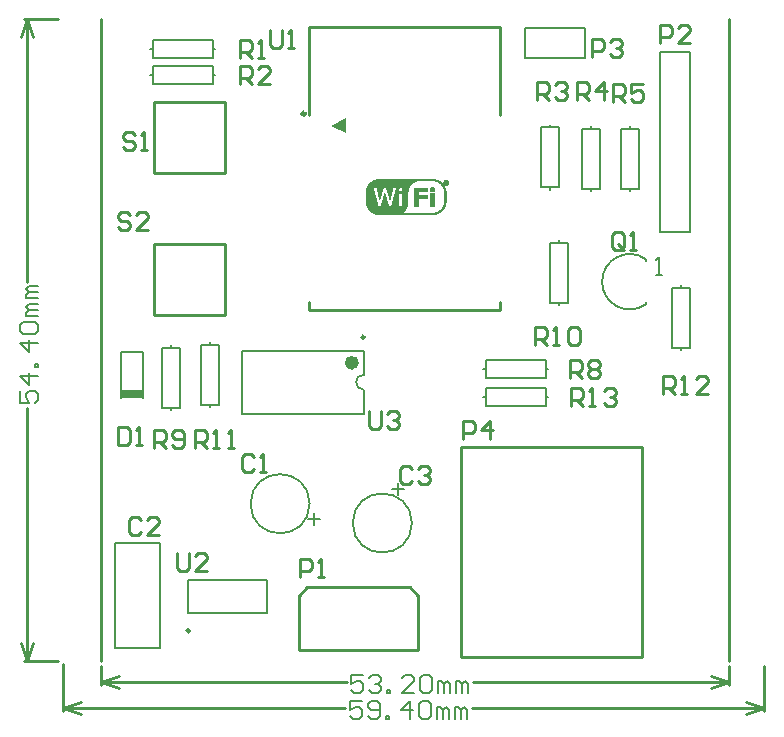
<source format=gto>
G04 Layer_Color=65535*
%FSLAX25Y25*%
%MOIN*%
G70*
G01*
G75*
%ADD28C,0.00787*%
%ADD29C,0.00984*%
%ADD30C,0.02362*%
%ADD31C,0.01181*%
%ADD32C,0.01000*%
%ADD33C,0.00050*%
%ADD34C,0.00600*%
%ADD35C,0.00591*%
%ADD36R,0.07480X0.03150*%
G36*
X94453Y176000D02*
X89453Y178500D01*
X94453Y181000D01*
Y176000D01*
D02*
G37*
D28*
X82264Y52500D02*
G03*
X82264Y52500I-9843J0D01*
G01*
X100276Y95500D02*
G03*
X100276Y90500I0J-2500D01*
G01*
X194315Y134059D02*
G03*
X194315Y118941I-5315J-7559D01*
G01*
X116342Y46079D02*
G03*
X116342Y46079I-9843J0D01*
G01*
X83642Y45382D02*
Y49252D01*
X81839Y47283D02*
X85709D01*
X162500Y139500D02*
X165500D01*
X162500Y119500D02*
Y139500D01*
Y119500D02*
X168500D01*
Y139500D01*
X165500D02*
X168500D01*
X165500Y118600D02*
Y119500D01*
Y139500D02*
Y140400D01*
X41811Y16071D02*
X68189D01*
X41811Y27094D02*
X68189D01*
X41811Y16071D02*
Y27094D01*
X68189Y16071D02*
Y27094D01*
X17500Y4500D02*
X32500D01*
X17500D02*
Y39500D01*
X32500D01*
Y4500D02*
Y39500D01*
X141000Y85000D02*
Y88000D01*
Y85000D02*
X161000D01*
Y91000D01*
X141000D02*
X161000D01*
X141000Y88000D02*
Y91000D01*
X161000Y88000D02*
X161900D01*
X140100D02*
X141000D01*
X161000Y97500D02*
Y100500D01*
X141000D02*
X161000D01*
X141000Y94500D02*
Y100500D01*
Y94500D02*
X161000D01*
Y97500D01*
X140100D02*
X141000D01*
X161000D02*
X161900D01*
X19260Y103177D02*
X26740D01*
Y87823D02*
Y103177D01*
X19260Y87823D02*
Y103177D01*
X59724Y103433D02*
X100276D01*
X59724Y82567D02*
X100276D01*
Y95500D02*
Y103433D01*
Y82567D02*
Y90500D01*
X59724Y82567D02*
Y103433D01*
X186000Y177500D02*
X189000D01*
X186000Y157500D02*
Y177500D01*
Y157500D02*
X192000D01*
Y177500D01*
X189000D02*
X192000D01*
X189000Y156600D02*
Y157500D01*
Y177500D02*
Y178400D01*
X206000Y104500D02*
X209000D01*
Y124500D01*
X203000D02*
X209000D01*
X203000Y104500D02*
Y124500D01*
Y104500D02*
X206000D01*
Y124500D02*
Y125400D01*
Y103600D02*
Y104500D01*
X50000Y195500D02*
Y198500D01*
X30000D02*
X50000D01*
X30000Y192500D02*
Y198500D01*
Y192500D02*
X50000D01*
Y195500D01*
X29100D02*
X30000D01*
X50000D02*
X50900D01*
X194315Y133390D02*
Y134059D01*
Y118941D02*
Y119610D01*
X33000Y104500D02*
X36000D01*
X33000Y84500D02*
Y104500D01*
Y84500D02*
X39000D01*
Y104500D01*
X36000D02*
X39000D01*
X36000Y83600D02*
Y84500D01*
Y104500D02*
Y105400D01*
X49000Y85500D02*
X52000D01*
Y105500D01*
X46000D02*
X52000D01*
X46000Y85500D02*
Y105500D01*
Y85500D02*
X49000D01*
Y105500D02*
Y106400D01*
Y84600D02*
Y85500D01*
X50000Y204000D02*
Y207000D01*
X30000D02*
X50000D01*
X30000Y201000D02*
Y207000D01*
Y201000D02*
X50000D01*
Y204000D01*
X29100D02*
X30000D01*
X50000D02*
X50900D01*
X154000Y201000D02*
Y211000D01*
X174000D01*
Y201000D02*
Y211000D01*
X154000Y201000D02*
X174000D01*
X199000Y143000D02*
X209000D01*
X199000Y203000D02*
X209000D01*
Y143000D02*
Y203000D01*
X199000Y143000D02*
Y203000D01*
X176000Y157500D02*
X179000D01*
Y177500D01*
X173000D02*
X179000D01*
X173000Y157500D02*
Y177500D01*
Y157500D02*
X176000D01*
Y177500D02*
Y178400D01*
Y156600D02*
Y157500D01*
X162500Y158000D02*
X165500D01*
Y178000D01*
X159500D02*
X165500D01*
X159500Y158000D02*
Y178000D01*
Y158000D02*
X162500D01*
Y178000D02*
Y178900D01*
Y157100D02*
Y158000D01*
X111716Y55496D02*
Y59366D01*
X109748Y57299D02*
X113618D01*
D29*
X42303Y10165D02*
G03*
X42303Y10165I-492J0D01*
G01*
X100610Y108000D02*
G03*
X100610Y108000I-492J0D01*
G01*
D30*
X97520Y99496D02*
G03*
X97520Y99496I-1181J0D01*
G01*
D31*
X80910Y182536D02*
G03*
X80910Y182536I-591J0D01*
G01*
D32*
X222047Y-8000D02*
Y-1500D01*
X12598Y-8000D02*
Y-1500D01*
X136817Y-7000D02*
X222047D01*
X12598D02*
X94629D01*
X216047Y-5000D02*
X222047Y-7000D01*
X216047Y-9000D02*
X222047Y-7000D01*
X12598D02*
X18598Y-9000D01*
X12598Y-7000D02*
X18598Y-5000D01*
X233858Y-16500D02*
Y-1500D01*
X0Y-16500D02*
Y-1000D01*
X136423Y-15500D02*
X233858D01*
X0D02*
X94235D01*
X227858Y-13500D02*
X233858Y-15500D01*
X227858Y-17500D02*
X233858Y-15500D01*
X0D02*
X6000Y-17500D01*
X0Y-15500D02*
X6000Y-13500D01*
X-13000Y214173D02*
X-1500D01*
X-13000Y0D02*
X-1500D01*
X-12000Y126580D02*
Y214173D01*
Y0D02*
Y84393D01*
X-14000Y208173D02*
X-12000Y214173D01*
X-10000Y208173D01*
X-12000Y0D02*
X-10000Y6000D01*
X-14000D02*
X-12000Y0D01*
X132882Y1417D02*
Y71260D01*
Y1417D02*
X193118D01*
X132882Y71260D02*
X193118D01*
Y1417D02*
Y71260D01*
X12598Y0D02*
Y214173D01*
X222047Y0D02*
Y214173D01*
X82156Y182108D02*
Y211457D01*
Y117207D02*
Y119774D01*
X145806Y182107D02*
Y211457D01*
Y117207D02*
Y119775D01*
X82156Y211457D02*
X145806D01*
X82156Y117207D02*
X145806D01*
X118354Y3791D02*
Y21902D01*
X115598Y24657D02*
X118354Y21902D01*
X78591Y3791D02*
X117961D01*
X78591Y21902D02*
X81346Y24657D01*
X78591Y3791D02*
Y21902D01*
X81346Y24657D02*
X115598D01*
X30288Y186256D02*
X53909D01*
X30288Y162634D02*
Y186256D01*
X53909Y162634D02*
Y186256D01*
X30288Y162634D02*
X53909D01*
X30288Y139039D02*
X53909D01*
X30288Y115417D02*
Y139039D01*
X53909Y115417D02*
Y139039D01*
X30288Y115417D02*
X53909D01*
X102000Y83498D02*
Y78500D01*
X103000Y77500D01*
X104999D01*
X105999Y78500D01*
Y83498D01*
X107998Y82498D02*
X108998Y83498D01*
X110997D01*
X111997Y82498D01*
Y81499D01*
X110997Y80499D01*
X109997D01*
X110997D01*
X111997Y79499D01*
Y78500D01*
X110997Y77500D01*
X108998D01*
X107998Y78500D01*
X38000Y36081D02*
Y31082D01*
X39000Y30083D01*
X40999D01*
X41999Y31082D01*
Y36081D01*
X47997Y30083D02*
X43998D01*
X47997Y34081D01*
Y35081D01*
X46997Y36081D01*
X44998D01*
X43998Y35081D01*
X69000Y210498D02*
Y205500D01*
X70000Y204500D01*
X71999D01*
X72999Y205500D01*
Y210498D01*
X74998Y204500D02*
X76997D01*
X75998D01*
Y210498D01*
X74998Y209498D01*
X22499Y148782D02*
X21499Y149782D01*
X19500D01*
X18500Y148782D01*
Y147782D01*
X19500Y146782D01*
X21499D01*
X22499Y145783D01*
Y144783D01*
X21499Y143783D01*
X19500D01*
X18500Y144783D01*
X28497Y143783D02*
X24498D01*
X28497Y147782D01*
Y148782D01*
X27497Y149782D01*
X25498D01*
X24498Y148782D01*
X23999Y175282D02*
X22999Y176281D01*
X21000D01*
X20000Y175282D01*
Y174282D01*
X21000Y173282D01*
X22999D01*
X23999Y172283D01*
Y171283D01*
X22999Y170283D01*
X21000D01*
X20000Y171283D01*
X25998Y170283D02*
X27997D01*
X26998D01*
Y176281D01*
X25998Y175282D01*
X169500Y85000D02*
Y90998D01*
X172499D01*
X173499Y89998D01*
Y87999D01*
X172499Y86999D01*
X169500D01*
X171499D02*
X173499Y85000D01*
X175498D02*
X177497D01*
X176498D01*
Y90998D01*
X175498Y89998D01*
X180496D02*
X181496Y90998D01*
X183495D01*
X184495Y89998D01*
Y88999D01*
X183495Y87999D01*
X182496D01*
X183495D01*
X184495Y86999D01*
Y86000D01*
X183495Y85000D01*
X181496D01*
X180496Y86000D01*
X200000Y89000D02*
Y94998D01*
X202999D01*
X203999Y93998D01*
Y91999D01*
X202999Y90999D01*
X200000D01*
X201999D02*
X203999Y89000D01*
X205998D02*
X207997D01*
X206998D01*
Y94998D01*
X205998Y93998D01*
X214995Y89000D02*
X210996D01*
X214995Y92999D01*
Y93998D01*
X213996Y94998D01*
X211996D01*
X210996Y93998D01*
X44000Y71000D02*
Y76998D01*
X46999D01*
X47999Y75998D01*
Y73999D01*
X46999Y72999D01*
X44000D01*
X45999D02*
X47999Y71000D01*
X49998D02*
X51997D01*
X50998D01*
Y76998D01*
X49998Y75998D01*
X54996Y71000D02*
X56996D01*
X55996D01*
Y76998D01*
X54996Y75998D01*
X157500Y105500D02*
Y111498D01*
X160499D01*
X161499Y110498D01*
Y108499D01*
X160499Y107499D01*
X157500D01*
X159499D02*
X161499Y105500D01*
X163498D02*
X165497D01*
X164498D01*
Y111498D01*
X163498Y110498D01*
X168496D02*
X169496Y111498D01*
X171495D01*
X172495Y110498D01*
Y106500D01*
X171495Y105500D01*
X169496D01*
X168496Y106500D01*
Y110498D01*
X30500Y71000D02*
Y76998D01*
X33499D01*
X34499Y75998D01*
Y73999D01*
X33499Y72999D01*
X30500D01*
X32499D02*
X34499Y71000D01*
X36498Y72000D02*
X37498Y71000D01*
X39497D01*
X40497Y72000D01*
Y75998D01*
X39497Y76998D01*
X37498D01*
X36498Y75998D01*
Y74999D01*
X37498Y73999D01*
X40497D01*
X169000Y94500D02*
Y100498D01*
X171999D01*
X172999Y99498D01*
Y97499D01*
X171999Y96499D01*
X169000D01*
X170999D02*
X172999Y94500D01*
X174998Y99498D02*
X175998Y100498D01*
X177997D01*
X178997Y99498D01*
Y98499D01*
X177997Y97499D01*
X178997Y96499D01*
Y95500D01*
X177997Y94500D01*
X175998D01*
X174998Y95500D01*
Y96499D01*
X175998Y97499D01*
X174998Y98499D01*
Y99498D01*
X175998Y97499D02*
X177997D01*
X183500Y186500D02*
Y192498D01*
X186499D01*
X187499Y191498D01*
Y189499D01*
X186499Y188499D01*
X183500D01*
X185499D02*
X187499Y186500D01*
X193497Y192498D02*
X189498D01*
Y189499D01*
X191497Y190499D01*
X192497D01*
X193497Y189499D01*
Y187500D01*
X192497Y186500D01*
X190498D01*
X189498Y187500D01*
X171500Y187000D02*
Y192998D01*
X174499D01*
X175499Y191998D01*
Y189999D01*
X174499Y188999D01*
X171500D01*
X173499D02*
X175499Y187000D01*
X180497D02*
Y192998D01*
X177498Y189999D01*
X181497D01*
X158000Y187000D02*
Y192998D01*
X160999D01*
X161999Y191998D01*
Y189999D01*
X160999Y188999D01*
X158000D01*
X159999D02*
X161999Y187000D01*
X163998Y191998D02*
X164998Y192998D01*
X166997D01*
X167997Y191998D01*
Y190999D01*
X166997Y189999D01*
X165997D01*
X166997D01*
X167997Y188999D01*
Y188000D01*
X166997Y187000D01*
X164998D01*
X163998Y188000D01*
X59000Y192500D02*
Y198498D01*
X61999D01*
X62999Y197498D01*
Y195499D01*
X61999Y194499D01*
X59000D01*
X60999D02*
X62999Y192500D01*
X68997D02*
X64998D01*
X68997Y196499D01*
Y197498D01*
X67997Y198498D01*
X65998D01*
X64998Y197498D01*
X59000Y201000D02*
Y206998D01*
X61999D01*
X62999Y205998D01*
Y203999D01*
X61999Y202999D01*
X59000D01*
X60999D02*
X62999Y201000D01*
X64998D02*
X66997D01*
X65998D01*
Y206998D01*
X64998Y205998D01*
X186999Y138000D02*
Y141998D01*
X185999Y142998D01*
X184000D01*
X183000Y141998D01*
Y138000D01*
X184000Y137000D01*
X185999D01*
X184999Y138999D02*
X186999Y137000D01*
X185999D02*
X186999Y138000D01*
X188998Y137000D02*
X190997D01*
X189998D01*
Y142998D01*
X188998Y141998D01*
X133500Y74000D02*
Y79998D01*
X136499D01*
X137499Y78998D01*
Y76999D01*
X136499Y75999D01*
X133500D01*
X142497Y74000D02*
Y79998D01*
X139498Y76999D01*
X143497D01*
X176500Y201500D02*
Y207498D01*
X179499D01*
X180499Y206498D01*
Y204499D01*
X179499Y203499D01*
X176500D01*
X182498Y206498D02*
X183498Y207498D01*
X185497D01*
X186497Y206498D01*
Y205499D01*
X185497Y204499D01*
X184497D01*
X185497D01*
X186497Y203499D01*
Y202500D01*
X185497Y201500D01*
X183498D01*
X182498Y202500D01*
X199000Y206000D02*
Y211998D01*
X201999D01*
X202999Y210998D01*
Y208999D01*
X201999Y207999D01*
X199000D01*
X208997Y206000D02*
X204998D01*
X208997Y209999D01*
Y210998D01*
X207997Y211998D01*
X205998D01*
X204998Y210998D01*
X79058Y28128D02*
Y34126D01*
X82056D01*
X83056Y33127D01*
Y31127D01*
X82056Y30128D01*
X79058D01*
X85056Y28128D02*
X87055D01*
X86055D01*
Y34126D01*
X85056Y33127D01*
X18500Y77998D02*
Y72000D01*
X21499D01*
X22499Y73000D01*
Y76998D01*
X21499Y77998D01*
X18500D01*
X24498Y72000D02*
X26497D01*
X25498D01*
Y77998D01*
X24498Y76998D01*
X116499Y63998D02*
X115499Y64998D01*
X113500D01*
X112500Y63998D01*
Y60000D01*
X113500Y59000D01*
X115499D01*
X116499Y60000D01*
X118498Y63998D02*
X119498Y64998D01*
X121497D01*
X122497Y63998D01*
Y62999D01*
X121497Y61999D01*
X120497D01*
X121497D01*
X122497Y60999D01*
Y60000D01*
X121497Y59000D01*
X119498D01*
X118498Y60000D01*
X25999Y46998D02*
X24999Y47998D01*
X23000D01*
X22000Y46998D01*
Y43000D01*
X23000Y42000D01*
X24999D01*
X25999Y43000D01*
X31997Y42000D02*
X27998D01*
X31997Y45999D01*
Y46998D01*
X30997Y47998D01*
X28998D01*
X27998Y46998D01*
X63841Y67998D02*
X62842Y68998D01*
X60842D01*
X59843Y67998D01*
Y64000D01*
X60842Y63000D01*
X62842D01*
X63841Y64000D01*
X65841Y63000D02*
X67840D01*
X66840D01*
Y68998D01*
X65841Y67998D01*
D33*
X104884Y160700D02*
X123684D01*
X104584Y160650D02*
X123984D01*
X104384Y160600D02*
X124184D01*
X104184Y160550D02*
X124384D01*
X104034Y160500D02*
X124534D01*
X103884Y160450D02*
X124684D01*
X103784Y160400D02*
X124784D01*
X103634Y160350D02*
X124934D01*
X127434D02*
X127934D01*
X103534Y160300D02*
X125034D01*
X127284D02*
X128034D01*
X103434Y160250D02*
X118134D01*
X123784D02*
X125134D01*
X127234D02*
X128134D01*
X103334Y160200D02*
X117834D01*
X124034D02*
X125234D01*
X127184D02*
X127534D01*
X127834D02*
X128184D01*
X103234Y160150D02*
X117684D01*
X124234D02*
X125334D01*
X127084D02*
X127384D01*
X127984D02*
X128234D01*
X103184Y160100D02*
X117484D01*
X124434D02*
X125384D01*
X127084D02*
X127334D01*
X128034D02*
X128284D01*
X103084Y160050D02*
X117384D01*
X124584D02*
X125484D01*
X127034D02*
X127234D01*
X128084D02*
X128334D01*
X102984Y160000D02*
X117234D01*
X124684D02*
X125534D01*
X126984D02*
X127184D01*
X127334D02*
X127784D01*
X128134D02*
X128334D01*
X102934Y159950D02*
X117134D01*
X124834D02*
X125634D01*
X126984D02*
X127184D01*
X127334D02*
X127934D01*
X128184D02*
X128384D01*
X102884Y159900D02*
X117034D01*
X124934D02*
X125684D01*
X126934D02*
X127134D01*
X127334D02*
X127984D01*
X128234D02*
X128384D01*
X102784Y159850D02*
X116934D01*
X125034D02*
X125784D01*
X126934D02*
X127134D01*
X127334D02*
X127484D01*
X127734D02*
X127984D01*
X128234D02*
X128434D01*
X102734Y159800D02*
X116834D01*
X125134D02*
X125834D01*
X126934D02*
X127084D01*
X127334D02*
X127484D01*
X127784D02*
X127984D01*
X128284D02*
X128434D01*
X102684Y159750D02*
X116734D01*
X125184D02*
X125884D01*
X126884D02*
X127084D01*
X127334D02*
X127484D01*
X127784D02*
X127984D01*
X128284D02*
X128434D01*
X102584Y159700D02*
X116684D01*
X125284D02*
X125984D01*
X126884D02*
X127084D01*
X127334D02*
X127484D01*
X127784D02*
X127984D01*
X128284D02*
X128434D01*
X102534Y159650D02*
X116584D01*
X125334D02*
X126034D01*
X126884D02*
X127084D01*
X127334D02*
X127984D01*
X128284D02*
X128484D01*
X102484Y159600D02*
X116534D01*
X125434D02*
X126084D01*
X126884D02*
X127084D01*
X127334D02*
X127934D01*
X128284D02*
X128484D01*
X102434Y159550D02*
X116434D01*
X125484D02*
X126134D01*
X126884D02*
X127034D01*
X127334D02*
X127834D01*
X128284D02*
X128484D01*
X102384Y159500D02*
X116384D01*
X125584D02*
X126184D01*
X126884D02*
X127084D01*
X127334D02*
X127484D01*
X127584D02*
X127834D01*
X128284D02*
X128484D01*
X102334Y159450D02*
X116334D01*
X125634D02*
X126234D01*
X126884D02*
X127084D01*
X127334D02*
X127484D01*
X127684D02*
X127884D01*
X128284D02*
X128434D01*
X102284Y159400D02*
X116284D01*
X125684D02*
X126284D01*
X126884D02*
X127084D01*
X127334D02*
X127484D01*
X127684D02*
X127934D01*
X128284D02*
X128434D01*
X102234Y159350D02*
X116184D01*
X125784D02*
X126334D01*
X126934D02*
X127084D01*
X127334D02*
X127484D01*
X127734D02*
X127934D01*
X128234D02*
X128434D01*
X102184Y159300D02*
X116134D01*
X125834D02*
X126384D01*
X126934D02*
X127134D01*
X127334D02*
X127484D01*
X127784D02*
X127984D01*
X128234D02*
X128434D01*
X102134Y159250D02*
X116084D01*
X125884D02*
X126434D01*
X126984D02*
X127134D01*
X127334D02*
X127484D01*
X127784D02*
X128034D01*
X128184D02*
X128384D01*
X102084Y159200D02*
X116034D01*
X125934D02*
X126484D01*
X126984D02*
X127184D01*
X127334D02*
X127484D01*
X127834D02*
X128034D01*
X128184D02*
X128384D01*
X102034Y159150D02*
X115984D01*
X125984D02*
X126534D01*
X127034D02*
X127234D01*
X128134D02*
X128334D01*
X101984Y159100D02*
X115934D01*
X126034D02*
X126534D01*
X127034D02*
X127284D01*
X128034D02*
X128284D01*
X101984Y159050D02*
X115884D01*
X126084D02*
X126584D01*
X127084D02*
X127384D01*
X127984D02*
X128234D01*
X101934Y159000D02*
X115884D01*
X126134D02*
X126634D01*
X127134D02*
X127484D01*
X127884D02*
X128184D01*
X101884Y158950D02*
X115834D01*
X126184D02*
X126684D01*
X127234D02*
X128134D01*
X101834Y158900D02*
X115784D01*
X126184D02*
X126734D01*
X127284D02*
X128084D01*
X101834Y158850D02*
X115734D01*
X126234D02*
X126734D01*
X127434D02*
X127934D01*
X101784Y158800D02*
X115684D01*
X126284D02*
X126784D01*
X101734Y158750D02*
X115634D01*
X126334D02*
X126834D01*
X101684Y158700D02*
X115634D01*
X126384D02*
X126834D01*
X101684Y158650D02*
X115584D01*
X126384D02*
X126884D01*
X101634Y158600D02*
X115534D01*
X126434D02*
X126934D01*
X101634Y158550D02*
X115534D01*
X126484D02*
X126934D01*
X101584Y158500D02*
X115484D01*
X126484D02*
X126984D01*
X101534Y158450D02*
X115434D01*
X126534D02*
X126984D01*
X101534Y158400D02*
X115434D01*
X126584D02*
X127034D01*
X101484Y158350D02*
X115384D01*
X126584D02*
X127084D01*
X101484Y158300D02*
X115384D01*
X126634D02*
X127084D01*
X101434Y158250D02*
X115334D01*
X126634D02*
X127134D01*
X101434Y158200D02*
X115334D01*
X126684D02*
X127134D01*
X101384Y158150D02*
X115284D01*
X126734D02*
X127184D01*
X101384Y158100D02*
X112334D01*
X112584D02*
X115284D01*
X122934D02*
X123134D01*
X126734D02*
X127184D01*
X101334Y158050D02*
X112134D01*
X112734D02*
X115234D01*
X122734D02*
X123334D01*
X126784D02*
X127184D01*
X101334Y158000D02*
X112034D01*
X112834D02*
X115234D01*
X122634D02*
X123434D01*
X126784D02*
X127234D01*
X101334Y157950D02*
X103334D01*
X103384D02*
X103434D01*
X104334D02*
X104434D01*
X104484D02*
X106634D01*
X107534D02*
X107584D01*
X107634D02*
X107734D01*
X107784D02*
X109884D01*
X110984D02*
X111034D01*
X111084D02*
X111984D01*
X112934D02*
X115184D01*
X122584D02*
X123534D01*
X126784D02*
X127234D01*
X101284Y157900D02*
X103284D01*
X104634D02*
X106634D01*
X107784D02*
X109834D01*
X111084D02*
X111934D01*
X112984D02*
X115184D01*
X116934D02*
X121484D01*
X122534D02*
X123584D01*
X126834D02*
X127284D01*
X101284Y157850D02*
X103284D01*
X104634D02*
X106634D01*
X107834D02*
X109834D01*
X111084D02*
X111884D01*
X113034D02*
X115184D01*
X116934D02*
X121534D01*
X122484D02*
X123634D01*
X126834D02*
X127284D01*
X101234Y157800D02*
X103334D01*
X104634D02*
X106584D01*
X107834D02*
X109834D01*
X111034D02*
X111834D01*
X113084D02*
X115134D01*
X116934D02*
X121484D01*
X122434D02*
X123634D01*
X126884D02*
X127284D01*
X101234Y157750D02*
X103334D01*
X104634D02*
X106584D01*
X107834D02*
X109784D01*
X111034D02*
X111784D01*
X113084D02*
X115134D01*
X116934D02*
X121484D01*
X122384D02*
X123684D01*
X126884D02*
X127334D01*
X101234Y157700D02*
X103334D01*
X104684D02*
X106584D01*
X107834D02*
X109784D01*
X111034D02*
X111784D01*
X113134D02*
X115084D01*
X116934D02*
X121484D01*
X122384D02*
X123734D01*
X126884D02*
X127334D01*
X101184Y157650D02*
X103334D01*
X104684D02*
X106534D01*
X107884D02*
X109784D01*
X111034D02*
X111734D01*
X113134D02*
X115084D01*
X116934D02*
X121484D01*
X122334D02*
X123734D01*
X126934D02*
X127384D01*
X101184Y157600D02*
X103384D01*
X104684D02*
X106534D01*
X107884D02*
X109784D01*
X110984D02*
X111734D01*
X113184D02*
X115084D01*
X116934D02*
X121484D01*
X122334D02*
X123784D01*
X126934D02*
X127384D01*
X101184Y157550D02*
X103384D01*
X104684D02*
X106534D01*
X107884D02*
X109784D01*
X110984D02*
X111734D01*
X113184D02*
X115034D01*
X116934D02*
X121484D01*
X122334D02*
X123784D01*
X126984D02*
X127384D01*
X101134Y157500D02*
X103384D01*
X104734D02*
X106484D01*
X107934D02*
X109734D01*
X110984D02*
X111684D01*
X113184D02*
X115034D01*
X116934D02*
X121484D01*
X122284D02*
X123784D01*
X126984D02*
X127384D01*
X101134Y157450D02*
X103384D01*
X104734D02*
X106484D01*
X107934D02*
X109734D01*
X110984D02*
X111684D01*
X113184D02*
X115034D01*
X116934D02*
X121484D01*
X122284D02*
X123784D01*
X126984D02*
X127434D01*
X101134Y157400D02*
X103434D01*
X104734D02*
X106484D01*
X107934D02*
X109734D01*
X110934D02*
X111684D01*
X113184D02*
X115034D01*
X116934D02*
X121484D01*
X122284D02*
X123784D01*
X126984D02*
X127434D01*
X101134Y157350D02*
X103434D01*
X104734D02*
X106484D01*
X107934D02*
X109734D01*
X110934D02*
X111684D01*
X113234D02*
X114984D01*
X116934D02*
X121484D01*
X122284D02*
X123784D01*
X127034D02*
X127434D01*
X101084Y157300D02*
X103434D01*
X104734D02*
X106434D01*
X107984D02*
X109684D01*
X110934D02*
X111684D01*
X113184D02*
X114984D01*
X116934D02*
X121484D01*
X122284D02*
X123784D01*
X127034D02*
X127484D01*
X101084Y157250D02*
X103434D01*
X104784D02*
X106434D01*
X107984D02*
X109684D01*
X110934D02*
X111684D01*
X113184D02*
X114984D01*
X116934D02*
X121484D01*
X122284D02*
X123784D01*
X127034D02*
X127484D01*
X101084Y157200D02*
X103484D01*
X104784D02*
X106434D01*
X107984D02*
X109684D01*
X110884D02*
X111734D01*
X113184D02*
X114984D01*
X116934D02*
X121484D01*
X122284D02*
X123784D01*
X127034D02*
X127484D01*
X101084Y157150D02*
X103484D01*
X104784D02*
X106384D01*
X108034D02*
X109684D01*
X110884D02*
X111734D01*
X113184D02*
X114934D01*
X116934D02*
X121484D01*
X122334D02*
X123784D01*
X127084D02*
X127484D01*
X101084Y157100D02*
X103484D01*
X104784D02*
X106384D01*
X108034D02*
X109634D01*
X110884D02*
X111734D01*
X113184D02*
X114934D01*
X116934D02*
X121484D01*
X122334D02*
X123734D01*
X127084D02*
X127484D01*
X101034Y157050D02*
X103534D01*
X104834D02*
X106384D01*
X108034D02*
X109634D01*
X110884D02*
X111734D01*
X113134D02*
X114934D01*
X116934D02*
X121484D01*
X122334D02*
X123734D01*
X127084D02*
X127534D01*
X101034Y157000D02*
X103534D01*
X104834D02*
X106384D01*
X108034D02*
X109634D01*
X110834D02*
X111784D01*
X113134D02*
X114934D01*
X116934D02*
X121484D01*
X122384D02*
X123734D01*
X127084D02*
X127534D01*
X101034Y156950D02*
X103534D01*
X104834D02*
X106334D01*
X108084D02*
X109634D01*
X110834D02*
X111784D01*
X113084D02*
X114934D01*
X116934D02*
X121484D01*
X122384D02*
X123684D01*
X127084D02*
X127534D01*
X101034Y156900D02*
X103534D01*
X104834D02*
X106334D01*
X108084D02*
X109584D01*
X110834D02*
X111834D01*
X113034D02*
X114934D01*
X116934D02*
X121484D01*
X122434D02*
X123634D01*
X127134D02*
X127534D01*
X101034Y156850D02*
X103584D01*
X104834D02*
X106334D01*
X108084D02*
X109584D01*
X110784D02*
X111884D01*
X113034D02*
X114934D01*
X116934D02*
X121484D01*
X122484D02*
X123634D01*
X127134D02*
X127534D01*
X101034Y156800D02*
X103584D01*
X104884D02*
X106284D01*
X108134D02*
X109584D01*
X110784D02*
X111934D01*
X112984D02*
X114884D01*
X116934D02*
X121534D01*
X122534D02*
X123584D01*
X127134D02*
X127534D01*
X101034Y156750D02*
X103584D01*
X104884D02*
X106284D01*
X108134D02*
X109584D01*
X110784D02*
X111984D01*
X112934D02*
X114884D01*
X116934D02*
X121484D01*
X122584D02*
X123484D01*
X127134D02*
X127534D01*
X100984Y156700D02*
X103584D01*
X104884D02*
X106284D01*
X108134D02*
X109584D01*
X110784D02*
X112084D01*
X112834D02*
X114884D01*
X116934D02*
X118284D01*
X122634D02*
X123434D01*
X127134D02*
X127584D01*
X100984Y156650D02*
X103634D01*
X104884D02*
X106234D01*
X108134D02*
X109534D01*
X110734D02*
X112184D01*
X112734D02*
X114884D01*
X116934D02*
X118284D01*
X122784D02*
X123334D01*
X127134D02*
X127584D01*
X100984Y156600D02*
X103634D01*
X104934D02*
X106234D01*
X108184D02*
X109534D01*
X110734D02*
X112384D01*
X112434D02*
X114884D01*
X116934D02*
X118284D01*
X122984D02*
X123034D01*
X127134D02*
X127584D01*
X100984Y156550D02*
X103634D01*
X104934D02*
X106234D01*
X108184D02*
X109534D01*
X110734D02*
X114884D01*
X116934D02*
X118284D01*
X127134D02*
X127584D01*
X100984Y156500D02*
X103634D01*
X104934D02*
X106234D01*
X108184D02*
X109534D01*
X110734D02*
X114884D01*
X116934D02*
X118284D01*
X127134D02*
X127584D01*
X100984Y156450D02*
X103684D01*
X104934D02*
X106184D01*
X108234D02*
X109534D01*
X110684D02*
X114884D01*
X116934D02*
X118284D01*
X127134D02*
X127584D01*
X100984Y156400D02*
X103684D01*
X104934D02*
X106184D01*
X108234D02*
X109484D01*
X110684D02*
X114884D01*
X116934D02*
X118284D01*
X127134D02*
X127584D01*
X100984Y156350D02*
X103684D01*
X104984D02*
X106184D01*
X108234D02*
X109484D01*
X110684D02*
X114884D01*
X116934D02*
X118284D01*
X127134D02*
X127584D01*
X100984Y156300D02*
X103734D01*
X104984D02*
X106134D01*
X108234D02*
X109484D01*
X110684D02*
X114884D01*
X116934D02*
X118284D01*
X127134D02*
X127584D01*
X100984Y156250D02*
X103734D01*
X104984D02*
X106134D01*
X108284D02*
X109484D01*
X110634D02*
X114884D01*
X116934D02*
X118284D01*
X127134D02*
X127584D01*
X100984Y156200D02*
X103734D01*
X104984D02*
X106134D01*
X108284D02*
X109434D01*
X110634D02*
X114884D01*
X116934D02*
X118284D01*
X127134D02*
X127584D01*
X100984Y156150D02*
X103734D01*
X105034D02*
X106134D01*
X108284D02*
X109434D01*
X110634D02*
X114884D01*
X116934D02*
X118284D01*
X127134D02*
X127584D01*
X100984Y156100D02*
X103784D01*
X105034D02*
X106084D01*
X108334D02*
X109434D01*
X110634D02*
X114884D01*
X116934D02*
X118284D01*
X127134D02*
X127584D01*
X100984Y156050D02*
X103784D01*
X105034D02*
X106084D01*
X108334D02*
X109434D01*
X110584D02*
X114884D01*
X116934D02*
X118284D01*
X127134D02*
X127584D01*
X100984Y156000D02*
X103784D01*
X105034D02*
X106084D01*
X107134D02*
X107184D01*
X108334D02*
X109384D01*
X110584D02*
X111784D01*
X113084D02*
X114884D01*
X116934D02*
X118284D01*
X122384D02*
X123684D01*
X127134D02*
X127584D01*
X100984Y155950D02*
X103784D01*
X105084D02*
X106034D01*
X107134D02*
X107234D01*
X108334D02*
X109384D01*
X110584D02*
X111784D01*
X113084D02*
X114884D01*
X116934D02*
X118284D01*
X122384D02*
X123684D01*
X127134D02*
X127584D01*
X100984Y155900D02*
X103834D01*
X105084D02*
X106034D01*
X107134D02*
X107234D01*
X108384D02*
X109384D01*
X110534D02*
X111784D01*
X113084D02*
X114884D01*
X116934D02*
X118284D01*
X122384D02*
X123684D01*
X127134D02*
X127584D01*
X100984Y155850D02*
X103834D01*
X105084D02*
X106034D01*
X107134D02*
X107234D01*
X108384D02*
X109384D01*
X110534D02*
X111784D01*
X113084D02*
X114884D01*
X116934D02*
X118284D01*
X122384D02*
X123684D01*
X127134D02*
X127584D01*
X100984Y155800D02*
X103834D01*
X105084D02*
X105984D01*
X107084D02*
X107234D01*
X108384D02*
X109334D01*
X110534D02*
X111784D01*
X113084D02*
X114884D01*
X116934D02*
X118284D01*
X122384D02*
X123684D01*
X127134D02*
X127584D01*
X100984Y155750D02*
X103834D01*
X105084D02*
X105984D01*
X107084D02*
X107284D01*
X108384D02*
X109334D01*
X110534D02*
X111834D01*
X113084D02*
X114884D01*
X116934D02*
X118284D01*
X122384D02*
X123684D01*
X127134D02*
X127584D01*
X100984Y155700D02*
X103884D01*
X105134D02*
X105984D01*
X107084D02*
X107284D01*
X108434D02*
X109334D01*
X110484D02*
X111784D01*
X113084D02*
X114884D01*
X116934D02*
X118284D01*
X122384D02*
X123684D01*
X127134D02*
X127584D01*
X100984Y155650D02*
X103884D01*
X105134D02*
X105984D01*
X107034D02*
X107284D01*
X108434D02*
X109334D01*
X110484D02*
X111784D01*
X113084D02*
X114884D01*
X116934D02*
X118284D01*
X122384D02*
X123684D01*
X127134D02*
X127584D01*
X100984Y155600D02*
X103884D01*
X105134D02*
X105934D01*
X107034D02*
X107334D01*
X108434D02*
X109334D01*
X110484D02*
X111784D01*
X113084D02*
X114884D01*
X116934D02*
X118284D01*
X122384D02*
X123684D01*
X127134D02*
X127584D01*
X100984Y155550D02*
X103934D01*
X105134D02*
X105934D01*
X107034D02*
X107334D01*
X108484D02*
X109284D01*
X110484D02*
X111784D01*
X113084D02*
X114884D01*
X116934D02*
X118284D01*
X122384D02*
X123684D01*
X127134D02*
X127584D01*
X100984Y155500D02*
X103934D01*
X105184D02*
X105934D01*
X107034D02*
X107334D01*
X108484D02*
X109284D01*
X110434D02*
X111784D01*
X113084D02*
X114884D01*
X116934D02*
X118284D01*
X122384D02*
X123684D01*
X127134D02*
X127584D01*
X100984Y155450D02*
X103934D01*
X105184D02*
X105884D01*
X106984D02*
X107334D01*
X108484D02*
X109284D01*
X110434D02*
X111784D01*
X113084D02*
X114884D01*
X116934D02*
X121284D01*
X122384D02*
X123684D01*
X127134D02*
X127584D01*
X100984Y155400D02*
X103934D01*
X105184D02*
X105884D01*
X106984D02*
X107384D01*
X108484D02*
X109284D01*
X110434D02*
X111784D01*
X113084D02*
X114884D01*
X116934D02*
X121284D01*
X122384D02*
X123684D01*
X127134D02*
X127584D01*
X100984Y155350D02*
X103984D01*
X105184D02*
X105884D01*
X106984D02*
X107384D01*
X108534D02*
X109234D01*
X110434D02*
X111784D01*
X113084D02*
X114884D01*
X116934D02*
X121284D01*
X122384D02*
X123684D01*
X127134D02*
X127584D01*
X100984Y155300D02*
X103984D01*
X105184D02*
X105834D01*
X106934D02*
X107384D01*
X108534D02*
X109234D01*
X110384D02*
X111784D01*
X113084D02*
X114884D01*
X116934D02*
X121284D01*
X122384D02*
X123684D01*
X127134D02*
X127584D01*
X100984Y155250D02*
X103984D01*
X105234D02*
X105834D01*
X106934D02*
X107434D01*
X108534D02*
X109234D01*
X110384D02*
X111784D01*
X113084D02*
X114884D01*
X116934D02*
X121284D01*
X122384D02*
X123684D01*
X127134D02*
X127584D01*
X100984Y155200D02*
X103984D01*
X105234D02*
X105834D01*
X106934D02*
X107434D01*
X108584D02*
X109234D01*
X110384D02*
X111784D01*
X113084D02*
X114884D01*
X116934D02*
X121284D01*
X122384D02*
X123684D01*
X127134D02*
X127584D01*
X100984Y155150D02*
X104034D01*
X105234D02*
X105834D01*
X106934D02*
X107434D01*
X108584D02*
X109184D01*
X110334D02*
X111784D01*
X113084D02*
X114884D01*
X116934D02*
X121284D01*
X122384D02*
X123684D01*
X127134D02*
X127584D01*
X100984Y155100D02*
X104034D01*
X105234D02*
X105784D01*
X106884D02*
X107434D01*
X108584D02*
X109184D01*
X110334D02*
X111784D01*
X113084D02*
X114884D01*
X116934D02*
X121284D01*
X122384D02*
X123684D01*
X127134D02*
X127584D01*
X100984Y155050D02*
X104034D01*
X105284D02*
X105784D01*
X106884D02*
X107484D01*
X108584D02*
X109184D01*
X110334D02*
X111784D01*
X113084D02*
X114884D01*
X116934D02*
X121284D01*
X122384D02*
X123684D01*
X127134D02*
X127584D01*
X100984Y155000D02*
X104084D01*
X105284D02*
X105784D01*
X106884D02*
X107484D01*
X108634D02*
X109184D01*
X110334D02*
X111784D01*
X113084D02*
X114884D01*
X116934D02*
X121284D01*
X122384D02*
X123684D01*
X127134D02*
X127584D01*
X100984Y154950D02*
X104084D01*
X105284D02*
X105734D01*
X106834D02*
X107484D01*
X108634D02*
X109184D01*
X110284D02*
X111784D01*
X113084D02*
X114884D01*
X116934D02*
X121284D01*
X122384D02*
X123684D01*
X127134D02*
X127584D01*
X100984Y154900D02*
X104084D01*
X105284D02*
X105734D01*
X106834D02*
X107534D01*
X108634D02*
X109134D01*
X110284D02*
X111784D01*
X113084D02*
X114884D01*
X116934D02*
X121284D01*
X122384D02*
X123684D01*
X127134D02*
X127584D01*
X100984Y154850D02*
X104084D01*
X105284D02*
X105734D01*
X106834D02*
X107534D01*
X108684D02*
X109134D01*
X110284D02*
X111784D01*
X113084D02*
X114884D01*
X116934D02*
X121284D01*
X122384D02*
X123684D01*
X127134D02*
X127584D01*
X100984Y154800D02*
X104134D01*
X105334D02*
X105734D01*
X106834D02*
X107534D01*
X108684D02*
X109134D01*
X110284D02*
X111784D01*
X113084D02*
X114884D01*
X116934D02*
X121284D01*
X122384D02*
X123684D01*
X127134D02*
X127584D01*
X100984Y154750D02*
X104134D01*
X105334D02*
X105684D01*
X106784D02*
X107534D01*
X108684D02*
X109134D01*
X110234D02*
X111784D01*
X113084D02*
X114884D01*
X116934D02*
X121284D01*
X122384D02*
X123684D01*
X127134D02*
X127584D01*
X100984Y154700D02*
X104134D01*
X105334D02*
X105684D01*
X106784D02*
X107584D01*
X108734D02*
X109084D01*
X110234D02*
X111784D01*
X113084D02*
X114884D01*
X116934D02*
X121284D01*
X122384D02*
X123684D01*
X127134D02*
X127584D01*
X100984Y154650D02*
X104134D01*
X105334D02*
X105684D01*
X106784D02*
X107584D01*
X108734D02*
X109084D01*
X110234D02*
X111784D01*
X113084D02*
X114884D01*
X116934D02*
X121284D01*
X122384D02*
X123684D01*
X127134D02*
X127584D01*
X100984Y154600D02*
X104184D01*
X105384D02*
X105634D01*
X106734D02*
X107584D01*
X108734D02*
X109084D01*
X110234D02*
X111784D01*
X113084D02*
X114884D01*
X116934D02*
X121284D01*
X122384D02*
X123684D01*
X127134D02*
X127584D01*
X100984Y154550D02*
X104184D01*
X105384D02*
X105634D01*
X106734D02*
X107634D01*
X108734D02*
X109084D01*
X110184D02*
X111784D01*
X113084D02*
X114884D01*
X116934D02*
X121284D01*
X122384D02*
X123684D01*
X127134D02*
X127584D01*
X100984Y154500D02*
X104184D01*
X105384D02*
X105634D01*
X106734D02*
X107634D01*
X108784D02*
X109034D01*
X110184D02*
X111784D01*
X113084D02*
X114884D01*
X116934D02*
X121284D01*
X122384D02*
X123684D01*
X127134D02*
X127584D01*
X100984Y154450D02*
X104184D01*
X105384D02*
X105584D01*
X106734D02*
X107634D01*
X108784D02*
X109034D01*
X110184D02*
X111784D01*
X113084D02*
X114884D01*
X116934D02*
X121284D01*
X122384D02*
X123684D01*
X127134D02*
X127584D01*
X100984Y154400D02*
X104234D01*
X105384D02*
X105584D01*
X106684D02*
X107634D01*
X108784D02*
X109034D01*
X110184D02*
X111784D01*
X113084D02*
X114884D01*
X116934D02*
X121284D01*
X122384D02*
X123684D01*
X127134D02*
X127584D01*
X100984Y154350D02*
X104234D01*
X105434D02*
X105584D01*
X106684D02*
X107684D01*
X108784D02*
X109034D01*
X110134D02*
X111784D01*
X113084D02*
X114884D01*
X116934D02*
X121284D01*
X122384D02*
X123684D01*
X127134D02*
X127584D01*
X100984Y154300D02*
X104234D01*
X105434D02*
X105584D01*
X106684D02*
X107684D01*
X108834D02*
X109034D01*
X110134D02*
X111784D01*
X113084D02*
X114884D01*
X116934D02*
X121284D01*
X122384D02*
X123684D01*
X127134D02*
X127584D01*
X100984Y154250D02*
X104284D01*
X105434D02*
X105534D01*
X106634D02*
X107684D01*
X108834D02*
X108984D01*
X110134D02*
X111784D01*
X113084D02*
X114884D01*
X116934D02*
X121284D01*
X122384D02*
X123684D01*
X127134D02*
X127584D01*
X100984Y154200D02*
X104284D01*
X105434D02*
X105534D01*
X106634D02*
X107734D01*
X108834D02*
X108984D01*
X110084D02*
X111784D01*
X113084D02*
X114884D01*
X116934D02*
X118284D01*
X122384D02*
X123684D01*
X127134D02*
X127584D01*
X100984Y154150D02*
X104284D01*
X105484D02*
X105534D01*
X106634D02*
X107734D01*
X108884D02*
X108984D01*
X110084D02*
X111784D01*
X113084D02*
X114884D01*
X116934D02*
X118284D01*
X122384D02*
X123684D01*
X127134D02*
X127584D01*
X100984Y154100D02*
X104284D01*
X106634D02*
X107734D01*
X108884D02*
X108984D01*
X110084D02*
X111784D01*
X113084D02*
X114884D01*
X116934D02*
X118284D01*
X122384D02*
X123684D01*
X127134D02*
X127584D01*
X100984Y154050D02*
X104334D01*
X106584D02*
X107734D01*
X108884D02*
X108934D01*
X110084D02*
X111784D01*
X113084D02*
X114884D01*
X116934D02*
X118284D01*
X122384D02*
X123684D01*
X127134D02*
X127584D01*
X100984Y154000D02*
X104334D01*
X106584D02*
X107784D01*
X108884D02*
X108934D01*
X110034D02*
X111784D01*
X113084D02*
X114884D01*
X116934D02*
X118284D01*
X122384D02*
X123684D01*
X127134D02*
X127584D01*
X100984Y153950D02*
X104334D01*
X106584D02*
X107784D01*
X110034D02*
X111784D01*
X113084D02*
X114884D01*
X116934D02*
X118284D01*
X122384D02*
X123684D01*
X127134D02*
X127584D01*
X100984Y153900D02*
X104334D01*
X106534D02*
X107784D01*
X110034D02*
X111784D01*
X113084D02*
X114884D01*
X116934D02*
X118284D01*
X122384D02*
X123684D01*
X127134D02*
X127584D01*
X100984Y153850D02*
X104384D01*
X106534D02*
X107834D01*
X110034D02*
X111784D01*
X113084D02*
X114884D01*
X116934D02*
X118284D01*
X122384D02*
X123684D01*
X127134D02*
X127584D01*
X100984Y153800D02*
X104384D01*
X106534D02*
X107834D01*
X109984D02*
X111784D01*
X113084D02*
X114884D01*
X116934D02*
X118284D01*
X122384D02*
X123684D01*
X127134D02*
X127584D01*
X100984Y153750D02*
X104384D01*
X106484D02*
X107834D01*
X109984D02*
X111784D01*
X113084D02*
X114884D01*
X116934D02*
X118284D01*
X122384D02*
X123684D01*
X127134D02*
X127584D01*
X100984Y153700D02*
X104434D01*
X106484D02*
X107884D01*
X109984D02*
X111784D01*
X113084D02*
X114884D01*
X116934D02*
X118284D01*
X122384D02*
X123684D01*
X127134D02*
X127584D01*
X100984Y153650D02*
X104434D01*
X106484D02*
X107884D01*
X109984D02*
X111784D01*
X113084D02*
X114884D01*
X116934D02*
X118284D01*
X122384D02*
X123684D01*
X127134D02*
X127584D01*
X100984Y153600D02*
X104434D01*
X106484D02*
X107884D01*
X109934D02*
X111784D01*
X113084D02*
X114884D01*
X116934D02*
X118284D01*
X122384D02*
X123684D01*
X127134D02*
X127584D01*
X100984Y153550D02*
X104434D01*
X106434D02*
X107884D01*
X109934D02*
X111784D01*
X113084D02*
X114884D01*
X116934D02*
X118284D01*
X122384D02*
X123684D01*
X127134D02*
X127584D01*
X100984Y153500D02*
X104484D01*
X106434D02*
X107934D01*
X109934D02*
X111784D01*
X113084D02*
X114884D01*
X116934D02*
X118284D01*
X122384D02*
X123684D01*
X127134D02*
X127584D01*
X100984Y153450D02*
X104484D01*
X106434D02*
X107934D01*
X109934D02*
X111784D01*
X113084D02*
X114884D01*
X116934D02*
X118284D01*
X122384D02*
X123684D01*
X127134D02*
X127584D01*
X100984Y153400D02*
X104484D01*
X106384D02*
X107934D01*
X109884D02*
X111784D01*
X113084D02*
X114884D01*
X116934D02*
X118284D01*
X122384D02*
X123684D01*
X127134D02*
X127584D01*
X100984Y153350D02*
X104484D01*
X106384D02*
X107934D01*
X109884D02*
X111784D01*
X113084D02*
X114884D01*
X116934D02*
X118284D01*
X122384D02*
X123684D01*
X127134D02*
X127584D01*
X100984Y153300D02*
X104534D01*
X106384D02*
X107984D01*
X109884D02*
X111784D01*
X113084D02*
X114884D01*
X116934D02*
X118284D01*
X122384D02*
X123684D01*
X127134D02*
X127584D01*
X100984Y153250D02*
X104534D01*
X106384D02*
X107984D01*
X109834D02*
X111784D01*
X113084D02*
X114884D01*
X116934D02*
X118284D01*
X122384D02*
X123684D01*
X127134D02*
X127584D01*
X100984Y153200D02*
X104534D01*
X106334D02*
X107984D01*
X109834D02*
X111784D01*
X113084D02*
X114884D01*
X116934D02*
X118284D01*
X122384D02*
X123684D01*
X127134D02*
X127584D01*
X100984Y153150D02*
X104534D01*
X106334D02*
X108034D01*
X109834D02*
X111784D01*
X113084D02*
X114884D01*
X116934D02*
X118284D01*
X122384D02*
X123684D01*
X127134D02*
X127584D01*
X100984Y153100D02*
X104584D01*
X106334D02*
X108034D01*
X109834D02*
X111784D01*
X113084D02*
X114884D01*
X116934D02*
X118284D01*
X122384D02*
X123684D01*
X127134D02*
X127584D01*
X100984Y153050D02*
X104584D01*
X106284D02*
X108034D01*
X109784D02*
X111784D01*
X113084D02*
X114884D01*
X116934D02*
X118284D01*
X122384D02*
X123684D01*
X127134D02*
X127584D01*
X101034Y153000D02*
X104584D01*
X106284D02*
X108034D01*
X109784D02*
X111784D01*
X113084D02*
X114884D01*
X116934D02*
X118284D01*
X122384D02*
X123684D01*
X127134D02*
X127534D01*
X101034Y152950D02*
X104634D01*
X106284D02*
X108084D01*
X109784D02*
X111784D01*
X113084D02*
X114834D01*
X116934D02*
X118284D01*
X122384D02*
X123684D01*
X127134D02*
X127534D01*
X101034Y152900D02*
X104634D01*
X106284D02*
X108084D01*
X109784D02*
X111784D01*
X113084D02*
X114834D01*
X116934D02*
X118284D01*
X122384D02*
X123684D01*
X127134D02*
X127534D01*
X101034Y152850D02*
X104634D01*
X106234D02*
X108084D01*
X109734D02*
X111784D01*
X113084D02*
X114834D01*
X116934D02*
X118284D01*
X122384D02*
X123684D01*
X127134D02*
X127534D01*
X101034Y152800D02*
X104634D01*
X106234D02*
X108134D01*
X109734D02*
X111784D01*
X113084D02*
X114834D01*
X116934D02*
X118284D01*
X122384D02*
X123684D01*
X127084D02*
X127534D01*
X101034Y152750D02*
X104684D01*
X106234D02*
X108134D01*
X109734D02*
X111784D01*
X113084D02*
X114834D01*
X116934D02*
X118284D01*
X122384D02*
X123684D01*
X127084D02*
X127534D01*
X101034Y152700D02*
X104684D01*
X106184D02*
X108134D01*
X109734D02*
X111784D01*
X113084D02*
X114834D01*
X116934D02*
X118284D01*
X122384D02*
X123684D01*
X127084D02*
X127484D01*
X101084Y152650D02*
X104684D01*
X106184D02*
X108184D01*
X109684D02*
X111784D01*
X113084D02*
X114834D01*
X116934D02*
X118284D01*
X122384D02*
X123684D01*
X127084D02*
X127484D01*
X101084Y152600D02*
X104684D01*
X106184D02*
X108184D01*
X109684D02*
X111784D01*
X113084D02*
X114834D01*
X116934D02*
X118284D01*
X122384D02*
X123684D01*
X127084D02*
X127484D01*
X101084Y152550D02*
X104734D01*
X106184D02*
X108184D01*
X109684D02*
X111784D01*
X113084D02*
X114784D01*
X116934D02*
X118284D01*
X122384D02*
X123684D01*
X127034D02*
X127484D01*
X101084Y152500D02*
X104734D01*
X106134D02*
X108184D01*
X109684D02*
X111784D01*
X113084D02*
X114784D01*
X116934D02*
X118284D01*
X122384D02*
X123684D01*
X127034D02*
X127484D01*
X101084Y152450D02*
X104734D01*
X106134D02*
X108234D01*
X109634D02*
X111784D01*
X113084D02*
X114784D01*
X116934D02*
X118284D01*
X122384D02*
X123684D01*
X127034D02*
X127434D01*
X101134Y152400D02*
X104734D01*
X106134D02*
X108234D01*
X109634D02*
X111784D01*
X113084D02*
X114784D01*
X116934D02*
X118284D01*
X122384D02*
X123684D01*
X127034D02*
X127434D01*
X101134Y152350D02*
X104784D01*
X106084D02*
X108234D01*
X109634D02*
X111784D01*
X113084D02*
X114784D01*
X116934D02*
X118284D01*
X122384D02*
X123684D01*
X126984D02*
X127434D01*
X101134Y152300D02*
X104784D01*
X106084D02*
X108284D01*
X109584D02*
X111784D01*
X113084D02*
X114734D01*
X116934D02*
X118284D01*
X122384D02*
X123684D01*
X126984D02*
X127434D01*
X101184Y152250D02*
X104784D01*
X106084D02*
X108284D01*
X109584D02*
X111784D01*
X113084D02*
X114734D01*
X116934D02*
X118284D01*
X122384D02*
X123684D01*
X126984D02*
X127384D01*
X101184Y152200D02*
X104834D01*
X106084D02*
X108284D01*
X109584D02*
X111784D01*
X113084D02*
X114734D01*
X116934D02*
X118284D01*
X122384D02*
X123684D01*
X126934D02*
X127384D01*
X101184Y152150D02*
X104834D01*
X106034D02*
X108284D01*
X109584D02*
X111784D01*
X113084D02*
X114734D01*
X116934D02*
X118284D01*
X122384D02*
X123684D01*
X126934D02*
X127384D01*
X101184Y152100D02*
X104834D01*
X106034D02*
X108334D01*
X109534D02*
X111834D01*
X113084D02*
X114684D01*
X116934D02*
X118284D01*
X122384D02*
X123684D01*
X126934D02*
X127334D01*
X101234Y152050D02*
X104834D01*
X106034D02*
X108334D01*
X109534D02*
X111834D01*
X113084D02*
X114684D01*
X116934D02*
X118284D01*
X122384D02*
X123684D01*
X126884D02*
X127334D01*
X101234Y152000D02*
X104884D01*
X105984D02*
X108334D01*
X109534D02*
X111784D01*
X113084D02*
X114684D01*
X116934D02*
X118284D01*
X122384D02*
X123684D01*
X126884D02*
X127334D01*
X101284Y151950D02*
X104884D01*
X105984D02*
X108384D01*
X109534D02*
X111784D01*
X113084D02*
X114684D01*
X116934D02*
X118284D01*
X122384D02*
X123684D01*
X126884D02*
X127284D01*
X101284Y151900D02*
X104884D01*
X105984D02*
X108384D01*
X109484D02*
X111784D01*
X113084D02*
X114634D01*
X116934D02*
X118284D01*
X122384D02*
X123684D01*
X126834D02*
X127284D01*
X101284Y151850D02*
X104934D01*
X105034D02*
X105084D01*
X105884D02*
X108384D01*
X108484D02*
X108534D01*
X108584D02*
X108684D01*
X109484D02*
X111834D01*
X113084D02*
X114634D01*
X117034D02*
X118284D01*
X122484D02*
X122584D01*
X122684D02*
X123484D01*
X123634D02*
X123684D01*
X126834D02*
X127284D01*
X101334Y151800D02*
X114634D01*
X126784D02*
X127234D01*
X101334Y151750D02*
X114584D01*
X126784D02*
X127234D01*
X101384Y151700D02*
X114584D01*
X126734D02*
X127184D01*
X101384Y151650D02*
X114584D01*
X126734D02*
X127184D01*
X101384Y151600D02*
X114534D01*
X126684D02*
X127134D01*
X101434Y151550D02*
X114534D01*
X126684D02*
X127134D01*
X101434Y151500D02*
X114484D01*
X126634D02*
X127084D01*
X101484Y151450D02*
X114484D01*
X126634D02*
X127084D01*
X101484Y151400D02*
X114484D01*
X126584D02*
X127034D01*
X101534Y151350D02*
X114434D01*
X126584D02*
X127034D01*
X101584Y151300D02*
X114434D01*
X126534D02*
X126984D01*
X101584Y151250D02*
X114384D01*
X126484D02*
X126984D01*
X101634Y151200D02*
X114384D01*
X126484D02*
X126934D01*
X101634Y151150D02*
X114334D01*
X126434D02*
X126934D01*
X101684Y151100D02*
X114334D01*
X126384D02*
X126884D01*
X101734Y151050D02*
X114284D01*
X126334D02*
X126834D01*
X101734Y151000D02*
X114284D01*
X126334D02*
X126834D01*
X101784Y150950D02*
X114234D01*
X126284D02*
X126784D01*
X101834Y150900D02*
X114234D01*
X126234D02*
X126734D01*
X101884Y150850D02*
X114184D01*
X126184D02*
X126684D01*
X101884Y150800D02*
X114134D01*
X126134D02*
X126684D01*
X101934Y150750D02*
X114134D01*
X126084D02*
X126634D01*
X101984Y150700D02*
X114084D01*
X126084D02*
X126584D01*
X102034Y150650D02*
X114034D01*
X126034D02*
X126534D01*
X102034Y150600D02*
X114034D01*
X125984D02*
X126484D01*
X102084Y150550D02*
X113984D01*
X125934D02*
X126484D01*
X102134Y150500D02*
X113934D01*
X125834D02*
X126434D01*
X102184Y150450D02*
X113934D01*
X125784D02*
X126384D01*
X102234Y150400D02*
X113884D01*
X125734D02*
X126334D01*
X102284Y150350D02*
X113834D01*
X125684D02*
X126284D01*
X102334Y150300D02*
X113784D01*
X125634D02*
X126234D01*
X102384Y150250D02*
X113734D01*
X125534D02*
X126184D01*
X102434Y150200D02*
X113734D01*
X125484D02*
X126134D01*
X102484Y150150D02*
X113684D01*
X125434D02*
X126084D01*
X102584Y150100D02*
X113634D01*
X125334D02*
X125984D01*
X102634Y150050D02*
X113584D01*
X125284D02*
X125934D01*
X102684Y150000D02*
X113534D01*
X125184D02*
X125884D01*
X102734Y149950D02*
X113484D01*
X125084D02*
X125834D01*
X102784Y149900D02*
X113434D01*
X124984D02*
X125734D01*
X102884Y149850D02*
X113384D01*
X124884D02*
X125684D01*
X102934Y149800D02*
X113334D01*
X124784D02*
X125634D01*
X103034Y149750D02*
X113284D01*
X124684D02*
X125534D01*
X103084Y149700D02*
X113234D01*
X124534D02*
X125484D01*
X103184Y149650D02*
X113184D01*
X124384D02*
X125384D01*
X103284Y149600D02*
X113134D01*
X124234D02*
X125284D01*
X103384Y149550D02*
X113034D01*
X123984D02*
X125184D01*
X103484Y149500D02*
X112984D01*
X123634D02*
X125084D01*
X103584Y149450D02*
X124984D01*
X103684Y149400D02*
X124884D01*
X103784Y149350D02*
X124784D01*
X103934Y149300D02*
X124634D01*
X104084Y149250D02*
X124484D01*
X104234Y149200D02*
X124334D01*
X104434Y149150D02*
X124134D01*
X104684Y149100D02*
X123934D01*
X105034Y149050D02*
X123534D01*
D34*
X100228Y-4601D02*
X96229D01*
Y-7600D01*
X98228Y-6600D01*
X99228D01*
X100228Y-7600D01*
Y-9599D01*
X99228Y-10599D01*
X97229D01*
X96229Y-9599D01*
X102227Y-5601D02*
X103227Y-4601D01*
X105226D01*
X106226Y-5601D01*
Y-6600D01*
X105226Y-7600D01*
X104227D01*
X105226D01*
X106226Y-8600D01*
Y-9599D01*
X105226Y-10599D01*
X103227D01*
X102227Y-9599D01*
X108225Y-10599D02*
Y-9599D01*
X109225D01*
Y-10599D01*
X108225D01*
X117222D02*
X113224D01*
X117222Y-6600D01*
Y-5601D01*
X116223Y-4601D01*
X114223D01*
X113224Y-5601D01*
X119222D02*
X120221Y-4601D01*
X122221D01*
X123220Y-5601D01*
Y-9599D01*
X122221Y-10599D01*
X120221D01*
X119222Y-9599D01*
Y-5601D01*
X125220Y-10599D02*
Y-6600D01*
X126219D01*
X127219Y-7600D01*
Y-10599D01*
Y-7600D01*
X128219Y-6600D01*
X129218Y-7600D01*
Y-10599D01*
X131218D02*
Y-6600D01*
X132218D01*
X133217Y-7600D01*
Y-10599D01*
Y-7600D01*
X134217Y-6600D01*
X135216Y-7600D01*
Y-10599D01*
X99834Y-13101D02*
X95835D01*
Y-16100D01*
X97835Y-15100D01*
X98834D01*
X99834Y-16100D01*
Y-18099D01*
X98834Y-19099D01*
X96835D01*
X95835Y-18099D01*
X101833D02*
X102833Y-19099D01*
X104832D01*
X105832Y-18099D01*
Y-14101D01*
X104832Y-13101D01*
X102833D01*
X101833Y-14101D01*
Y-15100D01*
X102833Y-16100D01*
X105832D01*
X107832Y-19099D02*
Y-18099D01*
X108831D01*
Y-19099D01*
X107832D01*
X115829D02*
Y-13101D01*
X112830Y-16100D01*
X116829D01*
X118828Y-14101D02*
X119828Y-13101D01*
X121827D01*
X122827Y-14101D01*
Y-18099D01*
X121827Y-19099D01*
X119828D01*
X118828Y-18099D01*
Y-14101D01*
X124826Y-19099D02*
Y-15100D01*
X125826D01*
X126825Y-16100D01*
Y-19099D01*
Y-16100D01*
X127825Y-15100D01*
X128825Y-16100D01*
Y-19099D01*
X130824D02*
Y-15100D01*
X131824D01*
X132823Y-16100D01*
Y-19099D01*
Y-16100D01*
X133823Y-15100D01*
X134823Y-16100D01*
Y-19099D01*
X-14399Y89992D02*
Y85993D01*
X-11400D01*
X-12400Y87992D01*
Y88992D01*
X-11400Y89992D01*
X-9401D01*
X-8401Y88992D01*
Y86993D01*
X-9401Y85993D01*
X-8401Y94990D02*
X-14399D01*
X-11400Y91991D01*
Y95990D01*
X-8401Y97989D02*
X-9401D01*
Y98989D01*
X-8401D01*
Y97989D01*
Y105986D02*
X-14399D01*
X-11400Y102987D01*
Y106986D01*
X-13399Y108985D02*
X-14399Y109985D01*
Y111985D01*
X-13399Y112984D01*
X-9401D01*
X-8401Y111985D01*
Y109985D01*
X-9401Y108985D01*
X-13399D01*
X-8401Y114983D02*
X-12400D01*
Y115983D01*
X-11400Y116983D01*
X-8401D01*
X-11400D01*
X-12400Y117982D01*
X-11400Y118982D01*
X-8401D01*
Y120982D02*
X-12400D01*
Y121981D01*
X-11400Y122981D01*
X-8401D01*
X-11400D01*
X-12400Y123981D01*
X-11400Y124980D01*
X-8401D01*
D35*
X197756Y128705D02*
X199724D01*
X198740D01*
Y134608D01*
X197756Y133624D01*
D36*
X23000Y89004D02*
D03*
M02*

</source>
